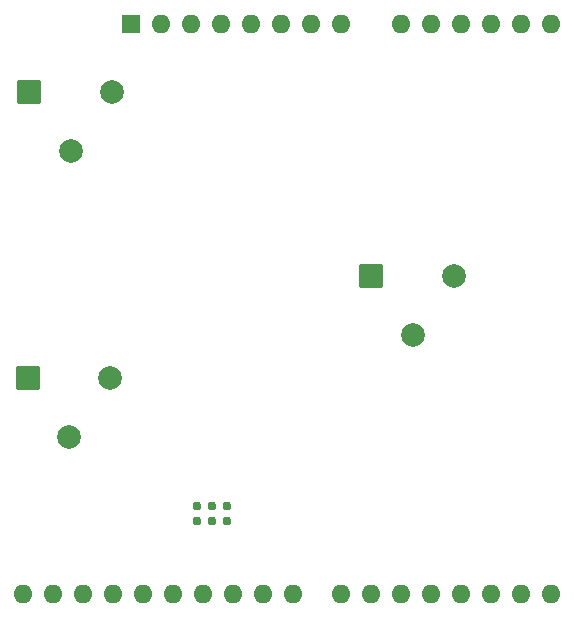
<source format=gbr>
%TF.GenerationSoftware,KiCad,Pcbnew,9.0.2*%
%TF.CreationDate,2025-11-24T10:29:42-08:00*%
%TF.ProjectId,motor_temperature,6d6f746f-725f-4746-956d-706572617475,A*%
%TF.SameCoordinates,Original*%
%TF.FileFunction,Soldermask,Bot*%
%TF.FilePolarity,Negative*%
%FSLAX46Y46*%
G04 Gerber Fmt 4.6, Leading zero omitted, Abs format (unit mm)*
G04 Created by KiCad (PCBNEW 9.0.2) date 2025-11-24 10:29:42*
%MOMM*%
%LPD*%
G01*
G04 APERTURE LIST*
G04 Aperture macros list*
%AMRoundRect*
0 Rectangle with rounded corners*
0 $1 Rounding radius*
0 $2 $3 $4 $5 $6 $7 $8 $9 X,Y pos of 4 corners*
0 Add a 4 corners polygon primitive as box body*
4,1,4,$2,$3,$4,$5,$6,$7,$8,$9,$2,$3,0*
0 Add four circle primitives for the rounded corners*
1,1,$1+$1,$2,$3*
1,1,$1+$1,$4,$5*
1,1,$1+$1,$6,$7*
1,1,$1+$1,$8,$9*
0 Add four rect primitives between the rounded corners*
20,1,$1+$1,$2,$3,$4,$5,0*
20,1,$1+$1,$4,$5,$6,$7,0*
20,1,$1+$1,$6,$7,$8,$9,0*
20,1,$1+$1,$8,$9,$2,$3,0*%
G04 Aperture macros list end*
%ADD10R,1.600000X1.600000*%
%ADD11O,1.600000X1.600000*%
%ADD12RoundRect,0.102000X-0.900000X-0.900000X0.900000X-0.900000X0.900000X0.900000X-0.900000X0.900000X0*%
%ADD13C,2.004000*%
%ADD14C,0.770000*%
G04 APERTURE END LIST*
D10*
%TO.C,A1*%
X126245000Y-66370000D03*
D11*
X128785000Y-66370000D03*
X131325000Y-66370000D03*
X133865000Y-66370000D03*
X136405000Y-66370000D03*
X138945000Y-66370000D03*
X141485000Y-66370000D03*
X144025000Y-66370000D03*
X149105000Y-66370000D03*
X151645000Y-66370000D03*
X154185000Y-66370000D03*
X156725000Y-66370000D03*
X159265000Y-66370000D03*
X161805000Y-66370000D03*
X161805000Y-114630000D03*
X159265000Y-114630000D03*
X156725000Y-114630000D03*
X154185000Y-114630000D03*
X151645000Y-114630000D03*
X149105000Y-114630000D03*
X146565000Y-114630000D03*
X144025000Y-114630000D03*
X139965000Y-114630000D03*
X137425000Y-114630000D03*
X134885000Y-114630000D03*
X132345000Y-114630000D03*
X129805000Y-114630000D03*
X127265000Y-114630000D03*
X124725000Y-114630000D03*
X122185000Y-114630000D03*
X119645000Y-114630000D03*
X117105000Y-114630000D03*
%TD*%
D12*
%TO.C,J3*%
X117629500Y-72119000D03*
D13*
X121129500Y-77119000D03*
X124629500Y-72119000D03*
%TD*%
D12*
%TO.C,J1*%
X117502500Y-96376000D03*
D13*
X121002500Y-101376000D03*
X124502500Y-96376000D03*
%TD*%
D12*
%TO.C,J2*%
X146585500Y-87740000D03*
D13*
X150085500Y-92740000D03*
X153585500Y-87740000D03*
%TD*%
D14*
%TO.C,U1*%
X131796000Y-108473000D03*
X133096000Y-108473000D03*
X134396000Y-108473000D03*
X131796000Y-107173000D03*
X133096000Y-107173000D03*
X134396000Y-107173000D03*
%TD*%
M02*

</source>
